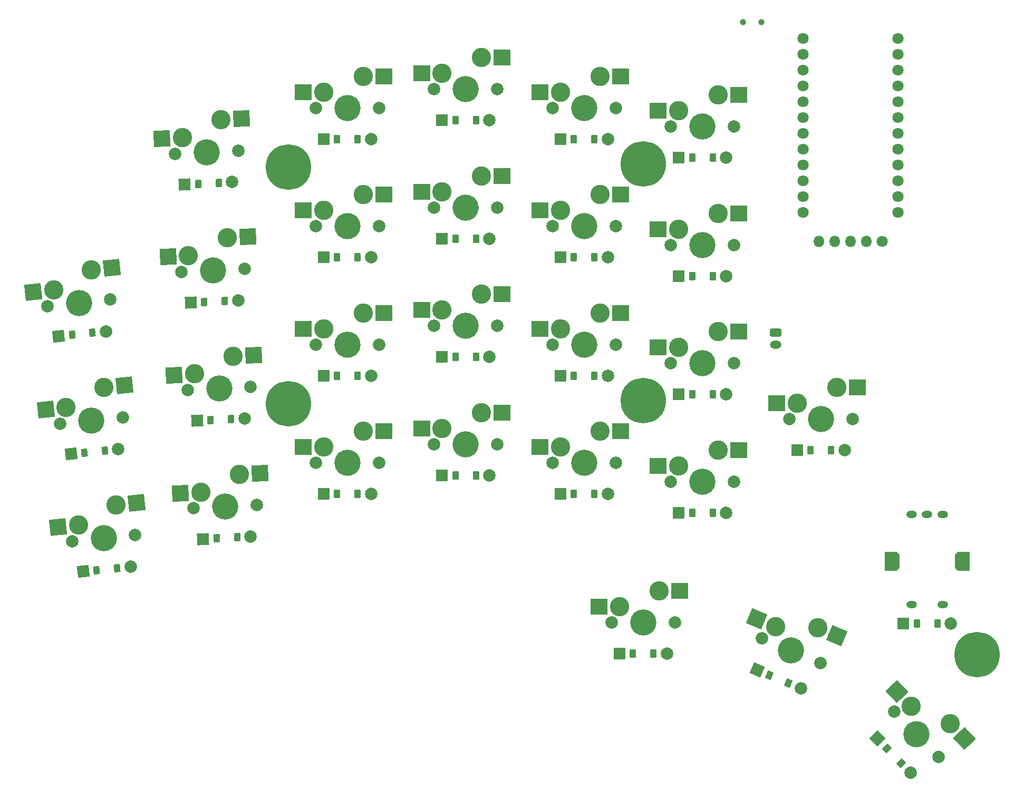
<source format=gbr>
%TF.GenerationSoftware,KiCad,Pcbnew,9.0.0*%
%TF.CreationDate,2025-04-09T21:01:40+02:00*%
%TF.ProjectId,left,6c656674-2e6b-4696-9361-645f70636258,1*%
%TF.SameCoordinates,Original*%
%TF.FileFunction,Soldermask,Bot*%
%TF.FilePolarity,Negative*%
%FSLAX46Y46*%
G04 Gerber Fmt 4.6, Leading zero omitted, Abs format (unit mm)*
G04 Created by KiCad (PCBNEW 9.0.0) date 2025-04-09 21:01:40*
%MOMM*%
%LPD*%
G01*
G04 APERTURE LIST*
G04 Aperture macros list*
%AMRoundRect*
0 Rectangle with rounded corners*
0 $1 Rounding radius*
0 $2 $3 $4 $5 $6 $7 $8 $9 X,Y pos of 4 corners*
0 Add a 4 corners polygon primitive as box body*
4,1,4,$2,$3,$4,$5,$6,$7,$8,$9,$2,$3,0*
0 Add four circle primitives for the rounded corners*
1,1,$1+$1,$2,$3*
1,1,$1+$1,$4,$5*
1,1,$1+$1,$6,$7*
1,1,$1+$1,$8,$9*
0 Add four rect primitives between the rounded corners*
20,1,$1+$1,$2,$3,$4,$5,0*
20,1,$1+$1,$4,$5,$6,$7,0*
20,1,$1+$1,$6,$7,$8,$9,0*
20,1,$1+$1,$8,$9,$2,$3,0*%
%AMFreePoly0*
4,1,15,1.095355,1.135355,1.535355,0.695355,1.550000,0.660000,1.550000,-1.100000,1.535355,-1.135355,1.500000,-1.150000,-1.500000,-1.150000,-1.535355,-1.135355,-1.550000,-1.100000,-1.550000,0.660000,-1.535355,0.695355,-1.095355,1.135355,-1.060000,1.150000,1.060000,1.150000,1.095355,1.135355,1.095355,1.135355,$1*%
%AMFreePoly1*
4,1,15,1.535355,1.135355,1.550000,1.100000,1.550000,-0.660000,1.535355,-0.695355,1.095355,-1.135355,1.060000,-1.150000,-1.060000,-1.150000,-1.095355,-1.135355,-1.535355,-0.695355,-1.550000,-0.660000,-1.550000,1.100000,-1.535355,1.135355,-1.500000,1.150000,1.500000,1.150000,1.535355,1.135355,1.535355,1.135355,$1*%
G04 Aperture macros list end*
%ADD10FreePoly0,90.000000*%
%ADD11FreePoly1,90.000000*%
%ADD12O,1.700000X1.200000*%
%ADD13C,7.300000*%
%ADD14C,1.800000*%
%ADD15O,1.800000X1.800000*%
%ADD16C,1.000000*%
%ADD17C,2.000000*%
%ADD18C,3.100000*%
%ADD19C,4.200000*%
%ADD20RoundRect,0.050000X-1.275000X-1.250000X1.275000X-1.250000X1.275000X1.250000X-1.275000X1.250000X0*%
%ADD21RoundRect,0.050000X-0.889000X-0.889000X0.889000X-0.889000X0.889000X0.889000X-0.889000X0.889000X0*%
%ADD22RoundRect,0.050000X-0.450000X-0.600000X0.450000X-0.600000X0.450000X0.600000X-0.450000X0.600000X0*%
%ADD23C,2.005000*%
%ADD24RoundRect,0.050000X-1.137355X-1.376426X1.398676X-1.109879X1.137355X1.376426X-1.398676X1.109879X0*%
%ADD25RoundRect,0.050000X-0.841255X-0.934308X0.934308X-0.841255X0.841255X0.934308X-0.934308X0.841255X0*%
%ADD26RoundRect,0.050000X-0.417982X-0.622729X0.480785X-0.575627X0.417982X0.622729X-0.480785X0.575627X0*%
%ADD27RoundRect,0.050000X-1.207833X-1.315015X1.338673X-1.181559X1.207833X1.315015X-1.338673X1.181559X0*%
%ADD28RoundRect,0.050000X-1.784864X0.048835X-0.013485X-1.785481X1.784864X-0.048835X0.013485X1.785481X0*%
%ADD29RoundRect,0.050000X-1.257044X0.021942X-0.021942X-1.257044X1.257044X-0.021942X0.021942X1.257044X0*%
%ADD30RoundRect,0.050000X-0.744200X-0.093092X-0.119008X-0.740498X0.744200X0.093092X0.119008X0.740498X0*%
%ADD31RoundRect,0.050000X-1.662058X-0.652449X0.685230X-1.648813X1.662058X0.652449X-0.685230X1.648813X0*%
%ADD32RoundRect,0.050000X-0.791204X-0.977056X0.977056X-0.791204X0.791204X0.977056X-0.977056X0.791204X0*%
%ADD33RoundRect,0.050000X-0.384818X-0.643751X0.510252X-0.549675X0.384818X0.643751X-0.510252X0.549675X0*%
%ADD34RoundRect,0.260000X0.665000X-0.390000X0.665000X0.390000X-0.665000X0.390000X-0.665000X-0.390000X0*%
%ADD35O,1.850000X1.300000*%
%ADD36RoundRect,0.050000X-1.165689X-0.470969X0.470969X-1.165689X1.165689X0.470969X-0.470969X1.165689X0*%
%ADD37RoundRect,0.050000X-0.648666X-0.376474X0.179789X-0.728132X0.648666X0.376474X-0.179789X0.728132X0*%
G04 APERTURE END LIST*
D10*
%TO.C,RE1*%
X271619986Y-162800002D03*
D11*
X260419986Y-162800002D03*
D12*
X263519986Y-155300002D03*
X266019986Y-155300002D03*
X268519986Y-155300002D03*
X268519986Y-169800002D03*
X263519986Y-169800002D03*
%TD*%
D13*
%TO.C,H3*%
X220419997Y-99000003D03*
%TD*%
%TO.C,H1*%
X163419998Y-99500002D03*
%TD*%
D14*
%TO.C,MCU1*%
X261289995Y-78850002D03*
X261289995Y-81390002D03*
X261289995Y-83930002D03*
X261289993Y-86470002D03*
X261289995Y-89010002D03*
X261289995Y-91550002D03*
X261289995Y-94090002D03*
X261289994Y-96630002D03*
X261289995Y-99170002D03*
X261289995Y-101710002D03*
X261289995Y-104250002D03*
X261289995Y-106789998D03*
X246049996Y-106790002D03*
X246049995Y-104250002D03*
X246049995Y-101710002D03*
X246049995Y-99170002D03*
X246049997Y-96630002D03*
X246049995Y-94090002D03*
X246049995Y-91550002D03*
X246049995Y-89010002D03*
X246049996Y-86470002D03*
X246049995Y-83930002D03*
X246049995Y-81390002D03*
X246049995Y-78850002D03*
%TD*%
D15*
%TO.C,DISP1*%
X248589989Y-111400005D03*
X251129991Y-111400005D03*
X253669991Y-111400005D03*
X256209991Y-111400005D03*
D14*
X258749992Y-111400005D03*
%TD*%
D13*
%TO.C,H5*%
X274019994Y-177800002D03*
%TD*%
D16*
%TO.C,PWR1*%
X236419990Y-76225005D03*
X239419990Y-76225004D03*
%TD*%
D13*
%TO.C,H4*%
X220419994Y-136999995D03*
%TD*%
%TO.C,H2*%
X163419988Y-137500004D03*
%TD*%
D17*
%TO.C,S13*%
X186839992Y-124999996D03*
D18*
X188109992Y-122459996D03*
D19*
X191919992Y-124999996D03*
D18*
X194459992Y-119919996D03*
D17*
X196999992Y-124999996D03*
D20*
X184834992Y-122459996D03*
X197761992Y-119919996D03*
%TD*%
D17*
%TO.C,S25*%
X215339996Y-172650005D03*
D18*
X216609996Y-170110005D03*
D19*
X220419996Y-172650005D03*
D18*
X222959996Y-167570005D03*
D17*
X225499996Y-172650005D03*
D20*
X213334996Y-170110005D03*
X226261996Y-167570005D03*
%TD*%
D21*
%TO.C,D9*%
X169110000Y-133000004D03*
D22*
X171270000Y-133000004D03*
X174570000Y-133000004D03*
D23*
X176730000Y-133000004D03*
%TD*%
D17*
%TO.C,S3*%
X124759964Y-121843964D03*
D18*
X125757504Y-119185127D03*
D19*
X129812135Y-121312959D03*
D18*
X131807216Y-115995285D03*
D17*
X134864306Y-120781954D03*
D24*
X122500445Y-119527458D03*
X135091127Y-115650131D03*
%TD*%
D21*
%TO.C,D19*%
X207109994Y-95000008D03*
D22*
X209269994Y-95000008D03*
X212569994Y-95000008D03*
D23*
X214729994Y-95000008D03*
%TD*%
D21*
%TO.C,D17*%
X207109992Y-132999993D03*
D22*
X209269992Y-132999993D03*
X212569992Y-132999993D03*
D23*
X214729992Y-132999993D03*
%TD*%
D25*
%TO.C,D4*%
X149768253Y-159228431D03*
D26*
X151925293Y-159115385D03*
X155220771Y-158942677D03*
D23*
X157377811Y-158829631D03*
%TD*%
D17*
%TO.C,S5*%
X147243927Y-135327784D03*
D18*
X148379253Y-132724798D03*
D19*
X152316965Y-135061917D03*
D18*
X154587617Y-129855946D03*
D17*
X157390003Y-134796050D03*
D27*
X145108741Y-132896198D03*
X157885092Y-129683132D03*
%TD*%
D21*
%TO.C,D18*%
X207109994Y-113999999D03*
D22*
X209269994Y-113999999D03*
X212569994Y-113999999D03*
D23*
X214729994Y-113999999D03*
%TD*%
D21*
%TO.C,D21*%
X226109991Y-136000001D03*
D22*
X228269991Y-136000001D03*
X231569991Y-136000001D03*
D23*
X233729991Y-136000001D03*
%TD*%
D17*
%TO.C,S4*%
X148238311Y-154301748D03*
D18*
X149373637Y-151698762D03*
D19*
X153311349Y-154035881D03*
D18*
X155582001Y-148829910D03*
D17*
X158384387Y-153770014D03*
D27*
X146103125Y-151870162D03*
X158879476Y-148657096D03*
%TD*%
D17*
%TO.C,S27*%
X260744828Y-186917890D03*
D18*
X263454168Y-186067019D03*
D19*
X264273693Y-190572136D03*
D18*
X269692375Y-188870395D03*
D17*
X267802558Y-194226382D03*
D28*
X261179162Y-183711181D03*
X271986133Y-191245655D03*
%TD*%
D17*
%TO.C,S14*%
X186839994Y-106000000D03*
D18*
X188109994Y-103460000D03*
D19*
X191919994Y-106000000D03*
D18*
X194459994Y-100920000D03*
D17*
X196999994Y-106000000D03*
D20*
X184834994Y-103460000D03*
X197761994Y-100920000D03*
%TD*%
D21*
%TO.C,D13*%
X188109995Y-129999998D03*
D22*
X190269995Y-129999998D03*
X193569995Y-129999998D03*
D23*
X195729995Y-129999998D03*
%TD*%
D17*
%TO.C,S7*%
X145255163Y-97379872D03*
D18*
X146390489Y-94776886D03*
D19*
X150328201Y-97114005D03*
D18*
X152598853Y-91908034D03*
D17*
X155401239Y-96848138D03*
D27*
X143119977Y-94948286D03*
X155896328Y-91735220D03*
%TD*%
D21*
%TO.C,D25*%
X216609991Y-177650000D03*
D22*
X218769991Y-177650000D03*
X222069991Y-177650000D03*
D23*
X224229991Y-177650000D03*
%TD*%
D21*
%TO.C,D8*%
X169109989Y-152000000D03*
D22*
X171269989Y-152000000D03*
X174569989Y-152000000D03*
D23*
X176729989Y-152000000D03*
%TD*%
D29*
%TO.C,D27*%
X258030348Y-191304739D03*
D30*
X259530810Y-192858513D03*
X261823182Y-195232335D03*
D23*
X263323644Y-196786109D03*
%TD*%
D21*
%TO.C,D14*%
X188109993Y-111000002D03*
D22*
X190269993Y-111000002D03*
X193569993Y-111000002D03*
D23*
X195729993Y-111000002D03*
%TD*%
D21*
%TO.C,D24*%
X245109991Y-144999995D03*
D22*
X247269991Y-144999995D03*
X250569991Y-144999995D03*
D23*
X252729991Y-144999995D03*
%TD*%
D17*
%TO.C,S26*%
X239493828Y-175165090D03*
D18*
X241655326Y-173323236D03*
D19*
X244169993Y-177150004D03*
D18*
X248492989Y-173466296D03*
D17*
X248846158Y-179134918D03*
D31*
X238640673Y-172043592D03*
X251532496Y-174756492D03*
%TD*%
D17*
%TO.C,S20*%
X224839988Y-149999999D03*
D18*
X226109988Y-147459999D03*
D19*
X229919988Y-149999999D03*
D18*
X232459988Y-144919999D03*
D17*
X234999988Y-149999999D03*
D20*
X222834988Y-147459999D03*
X235761988Y-144919999D03*
%TD*%
D21*
%TO.C,D10*%
X169109997Y-114000004D03*
D22*
X171269997Y-114000004D03*
X174569997Y-114000004D03*
D23*
X176729997Y-114000004D03*
%TD*%
D21*
%TO.C,D28*%
X262209989Y-172800004D03*
D22*
X264369989Y-172800004D03*
X267669989Y-172800004D03*
D23*
X269829989Y-172800004D03*
%TD*%
D17*
%TO.C,S15*%
X186839991Y-87000005D03*
D18*
X188109991Y-84460005D03*
D19*
X191919991Y-87000005D03*
D18*
X194459991Y-81920005D03*
D17*
X196999991Y-87000005D03*
D20*
X184834991Y-84460005D03*
X197761991Y-81920005D03*
%TD*%
D32*
%TO.C,D1*%
X130517739Y-164475653D03*
D33*
X132665905Y-164249873D03*
X135947827Y-163904929D03*
D23*
X138095993Y-163679149D03*
%TD*%
D17*
%TO.C,S24*%
X243839992Y-140000007D03*
D18*
X245109992Y-137460007D03*
D19*
X248919992Y-140000007D03*
D18*
X251459992Y-134920007D03*
D17*
X253999992Y-140000007D03*
D20*
X241834992Y-137460007D03*
X254761992Y-134920007D03*
%TD*%
D21*
%TO.C,D11*%
X169109990Y-95000003D03*
D22*
X171269990Y-95000003D03*
X174569990Y-95000003D03*
D23*
X176729990Y-95000003D03*
%TD*%
D21*
%TO.C,D16*%
X207109991Y-152000008D03*
D22*
X209269991Y-152000008D03*
X212569991Y-152000008D03*
D23*
X214729991Y-152000008D03*
%TD*%
D25*
%TO.C,D7*%
X146785100Y-102306546D03*
D26*
X148942140Y-102193500D03*
X152237618Y-102020792D03*
D23*
X154394658Y-101907746D03*
%TD*%
D17*
%TO.C,S18*%
X205839997Y-109000002D03*
D18*
X207109997Y-106460002D03*
D19*
X210919997Y-109000002D03*
D18*
X213459997Y-103920002D03*
D17*
X215999997Y-109000002D03*
D20*
X203834997Y-106460002D03*
X216761997Y-103920002D03*
%TD*%
D34*
%TO.C,JST1*%
X241669995Y-126050002D03*
D35*
X241669993Y-128050002D03*
%TD*%
D21*
%TO.C,D15*%
X188109988Y-92000009D03*
D22*
X190269988Y-92000009D03*
X193569988Y-92000009D03*
D23*
X195729988Y-92000009D03*
%TD*%
D17*
%TO.C,S9*%
X167839994Y-128000006D03*
D18*
X169109994Y-125460006D03*
D19*
X172919994Y-128000006D03*
D18*
X175459994Y-122920006D03*
D17*
X177999994Y-128000006D03*
D20*
X165834994Y-125460006D03*
X178761994Y-122920006D03*
%TD*%
D17*
%TO.C,S8*%
X167839993Y-146999999D03*
D18*
X169109993Y-144459999D03*
D19*
X172919993Y-146999999D03*
D18*
X175459993Y-141919999D03*
D17*
X177999993Y-146999999D03*
D20*
X165834993Y-144459999D03*
X178761993Y-141919999D03*
%TD*%
D21*
%TO.C,D22*%
X226109991Y-117000000D03*
D22*
X228269991Y-117000000D03*
X231569991Y-117000000D03*
D23*
X233729991Y-117000000D03*
%TD*%
D17*
%TO.C,S10*%
X167839993Y-109000001D03*
D18*
X169109993Y-106460001D03*
D19*
X172919993Y-109000001D03*
D18*
X175459993Y-103920001D03*
D17*
X177999993Y-109000001D03*
D20*
X165834993Y-106460001D03*
X178761993Y-103920001D03*
%TD*%
D17*
%TO.C,S6*%
X146249540Y-116353829D03*
D18*
X147384866Y-113750843D03*
D19*
X151322578Y-116087962D03*
D18*
X153593230Y-110881991D03*
D17*
X156395616Y-115822095D03*
D27*
X144114354Y-113922243D03*
X156890705Y-110709177D03*
%TD*%
D21*
%TO.C,D23*%
X226109993Y-98000003D03*
D22*
X228269993Y-98000003D03*
X231569993Y-98000003D03*
D23*
X233729993Y-98000003D03*
%TD*%
D17*
%TO.C,S22*%
X224839994Y-112000001D03*
D18*
X226109994Y-109460001D03*
D19*
X229919994Y-112000001D03*
D18*
X232459994Y-106920001D03*
D17*
X234999994Y-112000001D03*
D20*
X222834994Y-109460001D03*
X235761994Y-106920001D03*
%TD*%
D17*
%TO.C,S21*%
X224839997Y-131000002D03*
D18*
X226109997Y-128460002D03*
D19*
X229919997Y-131000002D03*
D18*
X232459997Y-125920002D03*
D17*
X234999997Y-131000002D03*
D20*
X222834997Y-128460002D03*
X235761997Y-125920002D03*
%TD*%
D17*
%TO.C,S11*%
X167839994Y-90000009D03*
D18*
X169109994Y-87460009D03*
D19*
X172919994Y-90000009D03*
D18*
X175459994Y-84920009D03*
D17*
X177999994Y-90000009D03*
D20*
X165834994Y-87460009D03*
X178761994Y-84920009D03*
%TD*%
D17*
%TO.C,S23*%
X224839989Y-93000004D03*
D18*
X226109989Y-90460004D03*
D19*
X229919989Y-93000004D03*
D18*
X232459989Y-87920004D03*
D17*
X234999989Y-93000004D03*
D20*
X222834989Y-90460004D03*
X235761989Y-87920004D03*
%TD*%
D32*
%TO.C,D3*%
X126545653Y-126683826D03*
D33*
X128693819Y-126458046D03*
X131975741Y-126113102D03*
D23*
X134123907Y-125887322D03*
%TD*%
D17*
%TO.C,S2*%
X126746013Y-140739879D03*
D18*
X127743553Y-138081042D03*
D19*
X131798184Y-140208874D03*
D18*
X133793265Y-134891200D03*
D17*
X136850355Y-139677869D03*
D24*
X124486494Y-138423373D03*
X137077176Y-134546046D03*
%TD*%
D32*
%TO.C,D2*%
X128531698Y-145579741D03*
D33*
X130679864Y-145353961D03*
X133961786Y-145009017D03*
D23*
X136109952Y-144783237D03*
%TD*%
D21*
%TO.C,D20*%
X226109989Y-155000007D03*
D22*
X228269989Y-155000007D03*
X231569989Y-155000007D03*
D23*
X233729989Y-155000007D03*
%TD*%
D17*
%TO.C,S16*%
X205839992Y-147000003D03*
D18*
X207109992Y-144460003D03*
D19*
X210919992Y-147000003D03*
D18*
X213459992Y-141920003D03*
D17*
X215999992Y-147000003D03*
D20*
X203834992Y-144460003D03*
X216761992Y-141920003D03*
%TD*%
D17*
%TO.C,S19*%
X205839988Y-90000001D03*
D18*
X207109988Y-87460001D03*
D19*
X210919988Y-90000001D03*
D18*
X213459988Y-84920001D03*
D17*
X215999988Y-90000001D03*
D20*
X203834988Y-87460001D03*
X216761988Y-84920001D03*
%TD*%
D36*
%TO.C,D26*%
X238709214Y-180263844D03*
D37*
X240697504Y-181107825D03*
X243735170Y-182397237D03*
D23*
X245723460Y-183241218D03*
%TD*%
D25*
%TO.C,D5*%
X148773869Y-140254467D03*
D26*
X150930909Y-140141421D03*
X154226387Y-139968713D03*
D23*
X156383427Y-139855667D03*
%TD*%
D21*
%TO.C,D12*%
X188109993Y-148999999D03*
D22*
X190269993Y-148999999D03*
X193569993Y-148999999D03*
D23*
X195729993Y-148999999D03*
%TD*%
D25*
%TO.C,D6*%
X147779489Y-121280507D03*
D26*
X149936529Y-121167461D03*
X153232007Y-120994753D03*
D23*
X155389047Y-120881707D03*
%TD*%
D17*
%TO.C,S1*%
X128732049Y-159635792D03*
D18*
X129729589Y-156976955D03*
D19*
X133784220Y-159104787D03*
D18*
X135779301Y-153787113D03*
D17*
X138836391Y-158573782D03*
D24*
X126472530Y-157319286D03*
X139063212Y-153441959D03*
%TD*%
D17*
%TO.C,S12*%
X186839990Y-143999997D03*
D18*
X188109990Y-141459997D03*
D19*
X191919990Y-143999997D03*
D18*
X194459990Y-138919997D03*
D17*
X196999990Y-143999997D03*
D20*
X184834990Y-141459997D03*
X197761990Y-138919997D03*
%TD*%
D17*
%TO.C,S17*%
X205840000Y-128000000D03*
D18*
X207110000Y-125460000D03*
D19*
X210920000Y-128000000D03*
D18*
X213460000Y-122920000D03*
D17*
X216000000Y-128000000D03*
D20*
X203835000Y-125460000D03*
X216762000Y-122920000D03*
%TD*%
M02*

</source>
